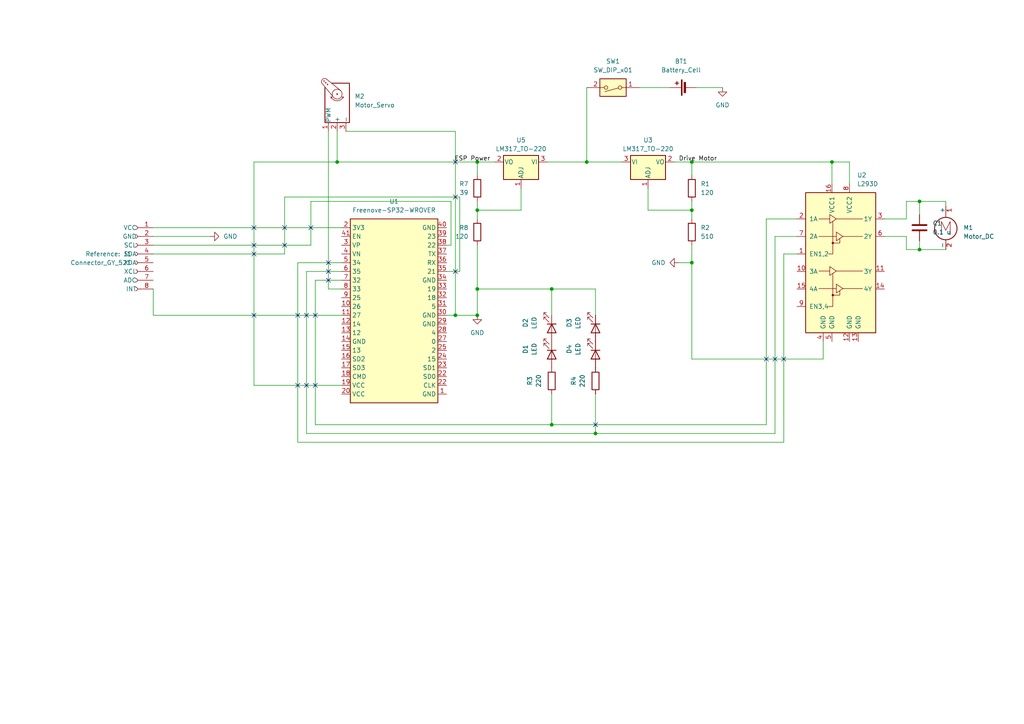
<source format=kicad_sch>
(kicad_sch (version 20230121) (generator eeschema)
  (paper "A4")
  (lib_symbols
    (symbol "Connector:Connector_GY-521" (pin_names (offset 1.016))
      (property "Reference" "J" (at 0 10.16 0) (show_name))
      (property "Value" "Connector_GY_521" (at 0 -12.7 0))
      (symbol "Connector_GY-521_1_0"
        (pin power_in line (at -5.08 7.62 0) (length 3.81) (name "VCC") (number "1"))
      )
      (symbol "Connector_GY-521_1_1"
        (arc (start 0 -9.652) (mid -0.5058 -10.16) (end 0 -10.668) (stroke (width 0.1524)))
        (arc (start 0 -7.112) (mid -0.5058 -7.62) (end 0 -8.128) (stroke (width 0.1524)))
        (arc (start 0 -4.572) (mid -0.5058 -5.08) (end 0 -5.588) (stroke (width 0.1524)))
        (arc (start 0 -2.032) (mid -0.5058 -2.54) (end 0 -3.048) (stroke (width 0.1524)))
        (polyline (pts (xy -1.27 -10.16) (xy -0.508 -10.16)) (stroke (width 0.1524)))
        (polyline (pts (xy -1.27 -7.62) (xy -0.508 -7.62)) (stroke (width 0.1524)))
        (polyline (pts (xy -1.27 -5.08) (xy -0.508 -5.08)) (stroke (width 0.1524)))
        (polyline (pts (xy -1.27 -2.54) (xy -0.508 -2.54)) (stroke (width 0.1524)))
        (polyline (pts (xy -1.27 0) (xy -0.508 0)) (stroke (width 0.1524)))
        (polyline (pts (xy -1.27 2.54) (xy -0.508 2.54)) (stroke (width 0.1524)))
        (polyline (pts (xy -1.27 5.08) (xy -0.508 5.08)) (stroke (width 0.1524)))
        (polyline (pts (xy -1.27 7.62) (xy -0.508 7.62)) (stroke (width 0.1524)))
        (arc (start 0 0.508) (mid -0.5058 0) (end 0 -0.508) (stroke (width 0.1524)))
        (arc (start 0 3.048) (mid -0.5058 2.54) (end 0 2.032) (stroke (width 0.1524)))
        (arc (start 0 5.588) (mid -0.5058 5.08) (end 0 4.572) (stroke (width 0.1524)))
        (arc (start 0 8.128) (mid -0.5058 7.62) (end 0 7.112) (stroke (width 0.1524)))
        (pin power_in line (at -5.08 5.08 0) (length 3.81) (name "GND") (number "2"))
        (pin bidirectional line (at -5.08 2.54 0) (length 3.81) (name "SCL") (number "3"))
        (pin bidirectional line (at -5.08 0 0) (length 3.81) (name "SDA") (number "4"))
        (pin bidirectional line (at -5.08 -2.54 0) (length 3.81) (name "XDA") (number "5"))
        (pin bidirectional line (at -5.08 -5.08 0) (length 3.81) (name "XCL") (number "6"))
        (pin input line (at -5.08 -7.62 0) (length 3.81) (name "ADC") (number "7"))
        (pin output line (at -5.08 -10.16 0) (length 3.81) (name "INT") (number "8"))
      )
    )
    (symbol "Device:Battery_Cell" (pin_numbers hide) (pin_names (offset 0) hide)
      (property "Reference" "BT" (at 2.54 2.54 0))
      (property "Value" "Battery_Cell" (at 2.54 0 0))
      (symbol "Battery_Cell_0_1"
        (rectangle (start -2.286 1.778) (end 2.286 1.524) (fill (type outline)))
        (rectangle (start -1.524 1.016) (end 1.524 0.508) (fill (type outline)))
        (polyline (pts (xy 0 0.762) (xy 0 0)))
        (polyline (pts (xy 0 1.778) (xy 0 2.54)))
        (polyline (pts (xy 0.762 3.048) (xy 1.778 3.048)) (stroke (width 0.254)))
        (polyline (pts (xy 1.27 3.556) (xy 1.27 2.54)) (stroke (width 0.254)))
      )
      (symbol "Battery_Cell_1_1"
        (pin passive line (at 0 5.08 270) (length 2.54) (name "+") (number "1"))
        (pin passive line (at 0 -2.54 90) (length 2.54) (name "-") (number "2"))
      )
    )
    (symbol "Device:C" (pin_numbers hide) (pin_names (offset 0.254))
      (property "Reference" "C" (at 0.635 2.54 0))
      (property "Value" "C" (at 0.635 -2.54 0))
      (symbol "C_0_1"
        (polyline (pts (xy -2.032 -0.762) (xy 2.032 -0.762)) (stroke (width 0.508)))
        (polyline (pts (xy -2.032 0.762) (xy 2.032 0.762)) (stroke (width 0.508)))
      )
      (symbol "C_1_1"
        (pin passive line (at 0 3.81 270) (length 2.794) (name "~") (number "1"))
        (pin passive line (at 0 -3.81 90) (length 2.794) (name "~") (number "2"))
      )
    )
    (symbol "Device:LED" (pin_numbers hide) (pin_names (offset 1.016) hide)
      (property "Reference" "D" (at 0 2.54 0))
      (property "Value" "LED" (at 0 -2.54 0))
      (symbol "LED_0_1"
        (polyline (pts (xy -1.27 -1.27) (xy -1.27 1.27)) (stroke (width 0.254)))
        (polyline (pts (xy -1.27 0) (xy 1.27 0)))
        (polyline (pts (xy 1.27 -1.27) (xy 1.27 1.27) (xy -1.27 0) (xy 1.27 -1.27)) (stroke (width 0.254)))
        (polyline (pts (xy -3.048 -0.762) (xy -4.572 -2.286) (xy -3.81 -2.286) (xy -4.572 -2.286) (xy -4.572 -1.524)))
        (polyline (pts (xy -1.778 -0.762) (xy -3.302 -2.286) (xy -2.54 -2.286) (xy -3.302 -2.286) (xy -3.302 -1.524)))
      )
      (symbol "LED_1_1"
        (pin passive line (at -3.81 0 0) (length 2.54) (name "K") (number "1"))
        (pin passive line (at 3.81 0 180) (length 2.54) (name "A") (number "2"))
      )
    )
    (symbol "Device:R" (pin_numbers hide) (pin_names (offset 0))
      (property "Reference" "R" (at 2.032 0 90))
      (property "Value" "R" (at 0 0 90))
      (symbol "R_0_1"
        (rectangle (start -1.016 -2.54) (end 1.016 2.54) (stroke (width 0.254)))
      )
      (symbol "R_1_1"
        (pin passive line (at 0 3.81 270) (length 1.27) (name "~") (number "1"))
        (pin passive line (at 0 -3.81 90) (length 1.27) (name "~") (number "2"))
      )
    )
    (symbol "Driver_Motor:L293D" (pin_names (offset 1.016))
      (property "Reference" "U" (at -5.08 26.035 0))
      (property "Value" "L293D" (at -5.08 24.13 0))
      (symbol "L293D_0_1"
        (rectangle (start -10.16 22.86) (end 10.16 -17.78) (stroke (width 0.254)) (fill (type background)))
        (circle (center -2.286 -6.858) (radius 0.254) (fill (type outline)))
        (circle (center -2.286 8.255) (radius 0.254) (fill (type outline)))
        (polyline (pts (xy -6.35 -4.953) (xy -1.27 -4.953)))
        (polyline (pts (xy -6.35 0.127) (xy -3.175 0.127)))
        (polyline (pts (xy -6.35 10.16) (xy -1.27 10.16)))
        (polyline (pts (xy -6.35 15.24) (xy -3.175 15.24)))
        (polyline (pts (xy -1.27 0.127) (xy 6.35 0.127)))
        (polyline (pts (xy -1.27 15.24) (xy 6.35 15.24)))
        (polyline (pts (xy 0.635 -4.953) (xy 6.35 -4.953)))
        (polyline (pts (xy 0.635 10.16) (xy 6.35 10.16)))
        (polyline (pts (xy -2.286 -6.858) (xy -0.254 -6.858) (xy -0.254 -5.588)))
        (polyline (pts (xy -2.286 -0.635) (xy -2.286 -10.16) (xy -3.556 -10.16)))
        (polyline (pts (xy -2.286 8.255) (xy -0.254 8.255) (xy -0.254 9.525)))
        (polyline (pts (xy -2.286 14.478) (xy -2.286 5.08) (xy -3.556 5.08)))
        (polyline (pts (xy -3.175 1.397) (xy -3.175 -1.143) (xy -1.27 0.127) (xy -3.175 1.397)))
        (polyline (pts (xy -3.175 16.51) (xy -3.175 13.97) (xy -1.27 15.24) (xy -3.175 16.51)))
        (polyline (pts (xy -1.27 -3.683) (xy -1.27 -6.223) (xy 0.635 -4.953) (xy -1.27 -3.683)))
        (polyline (pts (xy -1.27 11.43) (xy -1.27 8.89) (xy 0.635 10.16) (xy -1.27 11.43)))
      )
      (symbol "L293D_1_1"
        (pin input line (at -12.7 5.08 0) (length 2.54) (name "EN1,2") (number "1"))
        (pin input line (at -12.7 0 0) (length 2.54) (name "3A") (number "10"))
        (pin output line (at 12.7 0 180) (length 2.54) (name "3Y") (number "11"))
        (pin power_in line (at 2.54 -20.32 90) (length 2.54) (name "GND") (number "12"))
        (pin power_in line (at 5.08 -20.32 90) (length 2.54) (name "GND") (number "13"))
        (pin output line (at 12.7 -5.08 180) (length 2.54) (name "4Y") (number "14"))
        (pin input line (at -12.7 -5.08 0) (length 2.54) (name "4A") (number "15"))
        (pin power_in line (at -2.54 25.4 270) (length 2.54) (name "VCC1") (number "16"))
        (pin input line (at -12.7 15.24 0) (length 2.54) (name "1A") (number "2"))
        (pin output line (at 12.7 15.24 180) (length 2.54) (name "1Y") (number "3"))
        (pin power_in line (at -5.08 -20.32 90) (length 2.54) (name "GND") (number "4"))
        (pin power_in line (at -2.54 -20.32 90) (length 2.54) (name "GND") (number "5"))
        (pin output line (at 12.7 10.16 180) (length 2.54) (name "2Y") (number "6"))
        (pin input line (at -12.7 10.16 0) (length 2.54) (name "2A") (number "7"))
        (pin power_in line (at 2.54 25.4 270) (length 2.54) (name "VCC2") (number "8"))
        (pin input line (at -12.7 -10.16 0) (length 2.54) (name "EN3,4") (number "9"))
      )
    )
    (symbol "Motor:Motor_DC" (pin_names (offset 0))
      (property "Reference" "M" (at 2.54 2.54 0))
      (property "Value" "Motor_DC" (at 2.54 -5.08 0))
      (symbol "Motor_DC_0_0"
        (polyline (pts (xy -1.27 -3.302) (xy -1.27 0.508) (xy 0 -2.032) (xy 1.27 0.508) (xy 1.27 -3.302)))
      )
      (symbol "Motor_DC_0_1"
        (circle (center 0 -1.524) (radius 3.2512) (stroke (width 0.254)))
        (polyline (pts (xy 0 -7.62) (xy 0 -7.112)))
        (polyline (pts (xy 0 -4.7752) (xy 0 -5.1816)))
        (polyline (pts (xy 0 1.7272) (xy 0 2.0828)))
        (polyline (pts (xy 0 2.032) (xy 0 2.54)))
      )
      (symbol "Motor_DC_1_1"
        (pin passive line (at 0 5.08 270) (length 2.54) (name "+") (number "1"))
        (pin passive line (at 0 -7.62 90) (length 2.54) (name "-") (number "2"))
      )
    )
    (symbol "Motor:Motor_Servo" (pin_names (offset 0.0254))
      (property "Reference" "M" (at -5.08 4.445 0))
      (property "Value" "Motor_Servo" (at -5.08 -4.064 0))
      (symbol "Motor_Servo_0_1"
        (polyline (pts (xy 2.413 -1.778) (xy 2.032 -1.778)))
        (polyline (pts (xy 2.413 -1.778) (xy 2.286 -1.397)))
        (polyline (pts (xy 2.413 1.778) (xy 1.905 1.778)))
        (polyline (pts (xy 2.413 1.778) (xy 2.286 1.397)))
        (polyline (pts (xy 6.35 4.445) (xy 2.54 1.27)))
        (polyline (pts (xy 7.62 3.175) (xy 4.191 -1.016)))
        (polyline (pts (xy 5.08 3.556) (xy -5.08 3.556) (xy -5.08 -3.556) (xy 6.35 -3.556) (xy 6.35 1.524)) (stroke (width 0.254)))
        (arc (start 2.413 1.778) (mid 1.2406 0) (end 2.413 -1.778))
        (circle (center 3.175 0) (radius 0.1778))
        (circle (center 3.175 0) (radius 1.4224))
        (circle (center 5.969 2.794) (radius 0.127))
        (circle (center 6.477 3.302) (radius 0.127))
        (circle (center 6.985 3.81) (radius 0.127))
        (arc (start 7.62 3.175) (mid 7.4485 4.2735) (end 6.35 4.445))
      )
      (symbol "Motor_Servo_1_1"
        (pin passive line (at -7.62 2.54 0) (length 2.54) (name "PWM") (number "1"))
        (pin passive line (at -7.62 0 0) (length 2.54) (name "+") (number "2"))
        (pin passive line (at -7.62 -2.54 0) (length 2.54) (name "-") (number "3"))
      )
    )
    (symbol "RF_Module:ESP32-S2-WROVER"
      (property "Reference" "U1" (at 2.1941 33.02 0))
      (property "Value" "ESP32-S2-WROVER" (at 2.1941 30.48 0))
      (symbol "ESP32-S2-WROVER_0_1"
        (rectangle (start -12.7 27.94) (end 12.7 -25.4) (stroke (width 0.254)) (fill (type background)))
      )
      (symbol "ESP32-S2-WROVER_1_1"
        (pin power_in line (at 15.24 -22.86 180) (length 2.54) (name "GND") (number "1"))
        (pin bidirectional line (at -15.24 2.54 0) (length 2.54) (name "26") (number "10"))
        (pin bidirectional line (at -15.24 0 0) (length 2.54) (name "27") (number "11"))
        (pin bidirectional line (at -15.24 -2.54 0) (length 2.54) (name "14") (number "12"))
        (pin bidirectional line (at -15.24 -5.08 0) (length 2.54) (name "12") (number "13"))
        (pin bidirectional line (at -15.24 -7.62 0) (length 2.54) (name "GND") (number "14"))
        (pin bidirectional line (at -15.24 -10.16 0) (length 2.54) (name "13") (number "15"))
        (pin bidirectional line (at -15.24 -12.7 0) (length 2.54) (name "SD2") (number "16"))
        (pin bidirectional line (at -15.24 -15.24 0) (length 2.54) (name "SD3") (number "17"))
        (pin bidirectional line (at -15.24 -17.78 0) (length 2.54) (name "CMD") (number "18"))
        (pin bidirectional line (at -15.24 -20.32 0) (length 2.54) (name "VCC") (number "19"))
        (pin power_in line (at -15.24 25.4 0) (length 2.54) (name "3V3") (number "2"))
        (pin bidirectional line (at -15.24 -22.86 0) (length 2.54) (name "VCC") (number "20"))
        (pin bidirectional line (at 15.24 -20.32 180) (length 2.54) (name "CLK") (number "22"))
        (pin bidirectional line (at 15.24 -17.78 180) (length 2.54) (name "SD0") (number "22"))
        (pin bidirectional line (at 15.24 -15.24 180) (length 2.54) (name "SD1") (number "23"))
        (pin bidirectional line (at 15.24 -12.7 180) (length 2.54) (name "15") (number "24"))
        (pin bidirectional line (at 15.24 -10.16 180) (length 2.54) (name "2") (number "25"))
        (pin bidirectional line (at 15.24 -7.62 180) (length 2.54) (name "0") (number "27"))
        (pin bidirectional line (at 15.24 -5.08 180) (length 2.54) (name "4") (number "28"))
        (pin bidirectional line (at 15.24 -2.54 180) (length 2.54) (name "GND") (number "29"))
        (pin bidirectional line (at -15.24 20.32 0) (length 2.54) (name "VP") (number "3"))
        (pin bidirectional line (at 15.24 0 180) (length 2.54) (name "GND") (number "30"))
        (pin bidirectional line (at 15.24 2.54 180) (length 2.54) (name "5") (number "31"))
        (pin bidirectional line (at 15.24 5.08 180) (length 2.54) (name "18") (number "32"))
        (pin bidirectional line (at 15.24 7.62 180) (length 2.54) (name "19") (number "33"))
        (pin bidirectional line (at 15.24 10.16 180) (length 2.54) (name "GND") (number "34"))
        (pin bidirectional line (at 15.24 12.7 180) (length 2.54) (name "21") (number "35"))
        (pin bidirectional line (at 15.24 15.24 180) (length 2.54) (name "RX") (number "36"))
        (pin bidirectional line (at 15.24 17.78 180) (length 2.54) (name "TX") (number "37"))
        (pin bidirectional line (at 15.24 20.32 180) (length 2.54) (name "22") (number "38"))
        (pin bidirectional line (at 15.24 22.86 180) (length 2.54) (name "23") (number "39"))
        (pin bidirectional line (at -15.24 17.78 0) (length 2.54) (name "VN") (number "4"))
        (pin input line (at 15.24 25.4 180) (length 2.54) (name "GND") (number "40"))
        (pin input line (at -15.24 22.86 0) (length 2.54) (name "EN") (number "41"))
        (pin bidirectional line (at -15.24 15.24 0) (length 2.54) (name "34") (number "5"))
        (pin bidirectional line (at -15.24 12.7 0) (length 2.54) (name "35") (number "6"))
        (pin bidirectional line (at -15.24 10.16 0) (length 2.54) (name "32") (number "7"))
        (pin bidirectional line (at -15.24 7.62 0) (length 2.54) (name "33") (number "8"))
        (pin bidirectional line (at -15.24 5.08 0) (length 2.54) (name "25") (number "9"))
      )
    )
    (symbol "Regulator_Linear:LM317_TO-220" (pin_names (offset 0.254))
      (property "Reference" "U" (at -3.81 3.175 0))
      (property "Value" "LM317_TO-220" (at 0 3.175 0))
      (symbol "LM317_TO-220_0_1"
        (rectangle (start -5.08 1.905) (end 5.08 -5.08) (stroke (width 0.254)) (fill (type background)))
      )
      (symbol "LM317_TO-220_1_1"
        (pin input line (at 0 -7.62 90) (length 2.54) (name "ADJ") (number "1"))
        (pin power_out line (at 7.62 0 180) (length 2.54) (name "VO") (number "2"))
        (pin power_in line (at -7.62 0 0) (length 2.54) (name "VI") (number "3"))
      )
    )
    (symbol "Switch:SW_DIP_x01" (pin_names (offset 0) hide)
      (property "Reference" "SW" (at 0 3.81 0))
      (property "Value" "SW_DIP_x01" (at 0 -3.81 0))
      (symbol "SW_DIP_x01_0_0"
        (circle (center -2.032 0) (radius 0.508))
        (polyline (pts (xy -1.524 0.127) (xy 2.3622 1.1684)))
        (circle (center 2.032 0) (radius 0.508))
      )
      (symbol "SW_DIP_x01_0_1"
        (rectangle (start -3.81 2.54) (end 3.81 -2.54) (stroke (width 0.254)) (fill (type background)))
      )
      (symbol "SW_DIP_x01_1_1"
        (pin passive line (at -7.62 0 0) (length 5.08) (name "~") (number "1"))
        (pin passive line (at 7.62 0 180) (length 5.08) (name "~") (number "2"))
      )
    )
    (symbol "power:GND" (power) (pin_names (offset 0))
      (property "Value" "GND" (at 0 -3.81 0))
      (symbol "GND_0_1"
        (polyline (pts (xy 0 0) (xy 0 -1.27) (xy 1.27 -1.27) (xy 0 -2.54) (xy -1.27 -1.27) (xy 0 -1.27)))
      )
      (symbol "GND_1_1"
        (pin power_in line (at 0 0 270) (length 0) hide (name "GND") (number "1"))
      )
    )
  )
  (junction (at 160.02 123.19))
  (junction (at 170.18 46.99))
  (junction (at 200.66 60.96))
  (junction (at 138.43 60.96))
  (junction (at 200.66 76.2))
  (junction (at 138.43 46.99))
  (junction (at 132.08 91.44))
  (junction (at 160.02 83.82))
  (junction (at 138.43 83.82))
  (junction (at 172.72 125.73))
  (junction (at 266.7 58.42))
  (junction (at 266.7 72.39))
  (junction (at 138.43 91.44))
  (junction (at 241.3 46.99))
  (junction (at 200.66 46.99))
  (junction (at 97.79 46.99))
  (no_connect (at 224.79 104.14))
  (no_connect (at 227.33 104.14))
  (no_connect (at 82.55 71.12))
  (no_connect (at 95.25 81.28))
  (no_connect (at 132.08 46.99))
  (no_connect (at 73.66 73.66))
  (no_connect (at 95.25 78.74))
  (no_connect (at 222.25 104.14))
  (no_connect (at 73.66 91.44))
  (no_connect (at 95.25 76.2))
  (no_connect (at 73.66 66.04))
  (no_connect (at 82.55 66.04))
  (no_connect (at 90.17 66.04))
  (no_connect (at 91.44 111.76))
  (no_connect (at 86.36 91.44))
  (no_connect (at 86.36 111.76))
  (no_connect (at 88.9 91.44))
  (no_connect (at 73.66 71.12))
  (no_connect (at 172.72 123.19))
  (no_connect (at 88.9 111.76))
  (no_connect (at 91.44 91.44))
  (no_connect (at 132.08 78.74))
  (no_connect (at 132.08 57.15))
  (wire (pts (xy 132.08 38.1) (xy 132.08 91.44)))
  (wire (pts (xy 97.79 38.1) (xy 97.79 46.99)))
  (wire (pts (xy 91.44 81.28) (xy 91.44 123.19)))
  (wire (pts (xy 187.96 54.61) (xy 187.96 60.96)))
  (wire (pts (xy 262.89 68.58) (xy 262.89 72.39)))
  (wire (pts (xy 200.66 76.2) (xy 200.66 104.14)))
  (wire (pts (xy 143.51 46.99) (xy 138.43 46.99)))
  (wire (pts (xy 231.14 68.58) (xy 224.79 68.58)))
  (wire (pts (xy 185.42 25.4) (xy 194.31 25.4)))
  (wire (pts (xy 44.45 91.44) (xy 44.45 83.82)))
  (wire (pts (xy 200.66 104.14) (xy 238.76 104.14)))
  (wire (pts (xy 172.72 83.82) (xy 172.72 91.44)))
  (wire (pts (xy 222.25 63.5) (xy 231.14 63.5)))
  (wire (pts (xy 151.13 54.61) (xy 151.13 60.96)))
  (wire (pts (xy 90.17 58.42) (xy 130.81 58.42)))
  (wire (pts (xy 100.33 38.1) (xy 132.08 38.1)))
  (wire (pts (xy 266.7 58.42) (xy 266.7 62.23)))
  (wire (pts (xy 262.89 72.39) (xy 266.7 72.39)))
  (wire (pts (xy 160.02 114.3) (xy 160.02 123.19)))
  (wire (pts (xy 187.96 60.96) (xy 200.66 60.96)))
  (wire (pts (xy 138.43 71.12) (xy 138.43 83.82)))
  (wire (pts (xy 201.93 25.4) (xy 209.55 25.4)))
  (wire (pts (xy 200.66 71.12) (xy 200.66 76.2)))
  (wire (pts (xy 158.75 46.99) (xy 170.18 46.99)))
  (wire (pts (xy 88.9 125.73) (xy 88.9 78.74)))
  (wire (pts (xy 160.02 83.82) (xy 172.72 83.82)))
  (wire (pts (xy 200.66 60.96) (xy 200.66 58.42)))
  (wire (pts (xy 266.7 72.39) (xy 274.32 72.39)))
  (wire (pts (xy 138.43 60.96) (xy 138.43 58.42)))
  (wire (pts (xy 227.33 73.66) (xy 231.14 73.66)))
  (wire (pts (xy 73.66 46.99) (xy 97.79 46.99)))
  (wire (pts (xy 138.43 60.96) (xy 138.43 63.5)))
  (wire (pts (xy 170.18 25.4) (xy 170.18 46.99)))
  (wire (pts (xy 160.02 83.82) (xy 160.02 91.44)))
  (wire (pts (xy 44.45 71.12) (xy 90.17 71.12)))
  (wire (pts (xy 262.89 63.5) (xy 262.89 58.42)))
  (wire (pts (xy 266.7 58.42) (xy 274.32 58.42)))
  (wire (pts (xy 82.55 73.66) (xy 44.45 73.66)))
  (wire (pts (xy 99.06 111.76) (xy 73.66 111.76)))
  (wire (pts (xy 132.08 91.44) (xy 138.43 91.44)))
  (wire (pts (xy 256.54 68.58) (xy 262.89 68.58)))
  (wire (pts (xy 151.13 60.96) (xy 138.43 60.96)))
  (wire (pts (xy 130.81 58.42) (xy 130.81 71.12)))
  (wire (pts (xy 99.06 76.2) (xy 86.36 76.2)))
  (wire (pts (xy 160.02 123.19) (xy 222.25 123.19)))
  (wire (pts (xy 99.06 83.82) (xy 95.25 83.82)))
  (wire (pts (xy 196.85 76.2) (xy 200.66 76.2)))
  (wire (pts (xy 132.08 91.44) (xy 129.54 91.44)))
  (wire (pts (xy 241.3 46.99) (xy 246.38 46.99)))
  (wire (pts (xy 241.3 46.99) (xy 241.3 53.34)))
  (wire (pts (xy 95.25 38.1) (xy 95.25 83.82)))
  (wire (pts (xy 90.17 71.12) (xy 90.17 58.42)))
  (wire (pts (xy 44.45 66.04) (xy 99.06 66.04)))
  (wire (pts (xy 256.54 63.5) (xy 262.89 63.5)))
  (wire (pts (xy 138.43 83.82) (xy 160.02 83.82)))
  (wire (pts (xy 138.43 46.99) (xy 138.43 50.8)))
  (wire (pts (xy 170.18 46.99) (xy 180.34 46.99)))
  (wire (pts (xy 224.79 68.58) (xy 224.79 125.73)))
  (wire (pts (xy 91.44 123.19) (xy 160.02 123.19)))
  (wire (pts (xy 200.66 46.99) (xy 241.3 46.99)))
  (wire (pts (xy 200.66 46.99) (xy 200.66 50.8)))
  (wire (pts (xy 97.79 46.99) (xy 138.43 46.99)))
  (wire (pts (xy 274.32 58.42) (xy 274.32 59.69)))
  (wire (pts (xy 73.66 111.76) (xy 73.66 46.99)))
  (wire (pts (xy 82.55 57.15) (xy 82.55 73.66)))
  (wire (pts (xy 86.36 128.27) (xy 227.33 128.27)))
  (wire (pts (xy 266.7 69.85) (xy 266.7 72.39)))
  (wire (pts (xy 44.45 68.58) (xy 60.96 68.58)))
  (wire (pts (xy 172.72 125.73) (xy 88.9 125.73)))
  (wire (pts (xy 130.81 71.12) (xy 129.54 71.12)))
  (wire (pts (xy 224.79 125.73) (xy 172.72 125.73)))
  (wire (pts (xy 262.89 58.42) (xy 266.7 58.42)))
  (wire (pts (xy 99.06 81.28) (xy 91.44 81.28)))
  (wire (pts (xy 133.35 78.74) (xy 133.35 57.15)))
  (wire (pts (xy 246.38 46.99) (xy 246.38 53.34)))
  (wire (pts (xy 99.06 91.44) (xy 44.45 91.44)))
  (wire (pts (xy 172.72 114.3) (xy 172.72 125.73)))
  (wire (pts (xy 86.36 76.2) (xy 86.36 128.27)))
  (wire (pts (xy 129.54 78.74) (xy 133.35 78.74)))
  (wire (pts (xy 200.66 60.96) (xy 200.66 63.5)))
  (wire (pts (xy 238.76 104.14) (xy 238.76 99.06)))
  (wire (pts (xy 133.35 57.15) (xy 82.55 57.15)))
  (wire (pts (xy 88.9 78.74) (xy 99.06 78.74)))
  (wire (pts (xy 195.58 46.99) (xy 200.66 46.99)))
  (wire (pts (xy 138.43 83.82) (xy 138.43 91.44)))
  (wire (pts (xy 227.33 128.27) (xy 227.33 73.66)))
  (wire (pts (xy 222.25 123.19) (xy 222.25 63.5)))
  (label "ESP Power" (at 142.24 46.99 180))
  (label "Drive Motor" (at 196.85 46.99 0))
  (symbol (lib_id "Motor:Motor_DC") (at 274.32 64.77 0) (unit 1)
    (property "Reference" "M1" (at 279.4 66.04 0) (effects (justify left)))
    (property "Value" "Motor_DC" (at 279.4 68.58 0) (effects (justify left)))
  )
  (symbol (lib_id "Motor:Motor_Servo") (at 97.79 30.48 90) (unit 1)
    (property "Reference" "M2" (at 102.87 27.9511 90) (effects (justify right)))
    (property "Value" "Motor_Servo" (at 102.87 30.4911 90) (effects (justify right)))
    (property "Datasheet" "http://forums.parallax.com/uploads/attachments/46831/74481.png" (effects hide))
  )
  (symbol (lib_id "Switch:SW_DIP_x01") (at 177.8 25.4 180) (unit 1)
    (property "Reference" "SW1" (at 177.8 17.78 0))
    (property "Value" "SW_DIP_x01" (at 177.8 20.32 0))
  )
  (symbol (lib_id "Device:Battery_Cell") (at 199.39 25.4 90) (unit 1)
    (property "Reference" "BT1" (at 197.5485 17.78 90))
    (property "Value" "Battery_Cell" (at 197.5485 20.32 90))
  )
  (symbol (lib_id "Device:R") (at 200.66 67.31 0) (unit 1)
    (property "Reference" "R2" (at 203.2 66.04 0) (effects (justify left)))
    (property "Value" "510" (at 203.2 68.58 0) (effects (justify left)))
  )
  (symbol (lib_id "Regulator_Linear:LM317_TO-220") (at 187.96 46.99 0) (unit 1)
    (property "Reference" "U3" (at 187.96 40.64 0))
    (property "Value" "LM317_TO-220" (at 187.96 43.18 0))
    (property "Footprint" "Package_TO_SOT_THT:TO-220-3_Vertical" (effects hide))
    (property "Datasheet" "http://www.ti.com/lit/ds/symlink/lm317.pdf" (effects hide))
  )
  (symbol (lib_id "Device:LED") (at 172.72 95.25 270) (unit 1)
    (property "Reference" "D3" (at 165.1 93.6625 0))
    (property "Value" "LED" (at 167.64 93.6625 0))
  )
  (symbol (lib_id "Device:LED") (at 160.02 95.25 270) (unit 1)
    (property "Reference" "D2" (at 152.4 93.6625 0))
    (property "Value" "LED" (at 154.94 93.6625 0))
  )
  (symbol (lib_id "Device:LED") (at 160.02 102.87 270) (unit 1)
    (property "Reference" "D1" (at 152.4 101.2825 0))
    (property "Value" "LED" (at 154.94 101.2825 0))
  )
  (symbol (lib_id "Connector:Connector_GY-521") (at 39.37 73.66 0) (mirror y) (unit 1)
    (property "Reference" "J1" (at 38.1 73.66 0) (show_name) (effects (justify left)))
    (property "Value" "Connector_GY_521" (at 38.1 76.2 0) (effects (justify left)))
  )
  (symbol (lib_id "Device:LED") (at 172.72 102.87 270) (unit 1)
    (property "Reference" "D4" (at 165.1 101.2825 0))
    (property "Value" "LED" (at 167.64 101.2825 0))
  )
  (symbol (lib_id "Device:R") (at 172.72 110.49 180) (unit 1)
    (property "Reference" "R4" (at 166.37 110.49 90))
    (property "Value" "220" (at 168.91 110.49 90))
  )
  (symbol (lib_id "Device:R") (at 138.43 67.31 0) (mirror y) (unit 1)
    (property "Reference" "R8" (at 135.89 66.04 0) (effects (justify left)))
    (property "Value" "120" (at 135.89 68.58 0) (effects (justify left)))
  )
  (symbol (lib_id "power:GND") (at 138.43 91.44 0) (unit 1)
    (property "Reference" "#PWR02" (effects hide))
    (property "Value" "GND" (at 138.43 96.52 0))
  )
  (symbol (lib_id "power:GND") (at 209.55 25.4 0) (unit 1)
    (property "Reference" "#PWR01" (effects hide))
    (property "Value" "GND" (at 209.55 30.48 0))
  )
  (symbol (lib_id "power:GND") (at 196.85 76.2 270) (unit 1)
    (property "Reference" "#PWR03" (effects hide))
    (property "Value" "GND" (at 193.04 76.2 90) (effects (justify right)))
  )
  (symbol (lib_id "RF_Module:ESP32-S2-WROVER") (at 114.3 91.44 0) (unit 1)
    (property "Reference" "U1" (at 114.3 58.42 0))
    (property "Value" "Freenove-SP32-WROVER" (at 114.3 60.96 0))
    (property "Footprint" "RF_Module:Freenove-ESP32-WROVER" (effects hide))
    (property "Datasheet" "https://www.espressif.com/sites/default/files/documentation/esp32-s2-wroom_esp32-s2-wroom-i_datasheet_en.pdf" (effects hide))
  )
  (symbol (lib_id "Device:R") (at 138.43 54.61 0) (mirror y) (unit 1)
    (property "Reference" "R7" (at 135.89 53.34 0) (effects (justify left)))
    (property "Value" "39" (at 135.89 55.88 0) (effects (justify left)))
  )
  (symbol (lib_id "Device:R") (at 200.66 54.61 0) (unit 1)
    (property "Reference" "R1" (at 203.2 53.34 0) (effects (justify left)))
    (property "Value" "120" (at 203.2 55.88 0) (effects (justify left)))
  )
  (symbol (lib_id "Driver_Motor:L293D") (at 243.84 78.74 0) (unit 1)
    (property "Reference" "U2" (at 248.5741 50.8 0) (effects (justify left)))
    (property "Value" "L293D" (at 248.5741 53.34 0) (effects (justify left)))
    (property "Footprint" "Package_DIP:DIP-16_W7.62mm" (effects hide))
    (property "Datasheet" "http://www.ti.com/lit/ds/symlink/l293.pdf" (effects hide))
  )
  (symbol (lib_id "Device:R") (at 160.02 110.49 180) (unit 1)
    (property "Reference" "R3" (at 153.67 110.49 90))
    (property "Value" "220" (at 156.21 110.49 90))
  )
  (symbol (lib_id "Regulator_Linear:LM317_TO-220") (at 151.13 46.99 0) (mirror y) (unit 1)
    (property "Reference" "U5" (at 151.13 40.64 0))
    (property "Value" "LM317_TO-220" (at 151.13 43.18 0))
    (property "Footprint" "Package_TO_SOT_THT:TO-220-3_Vertical" (effects hide))
    (property "Datasheet" "http://www.ti.com/lit/ds/symlink/lm317.pdf" (effects hide))
  )
  (symbol (lib_id "Device:C") (at 266.7 66.04 0) (unit 1)
    (property "Reference" "C1" (at 270.51 64.77 0) (effects (justify left)))
    (property "Value" "0.1 u" (at 270.51 67.31 0) (effects (justify left)))
  )
  (symbol (lib_id "power:GND") (at 60.96 68.58 90) (unit 1)
    (property "Reference" "#PWR04" (effects hide))
    (property "Value" "GND" (at 64.77 68.58 90) (effects (justify right)))
  )
)
</source>
